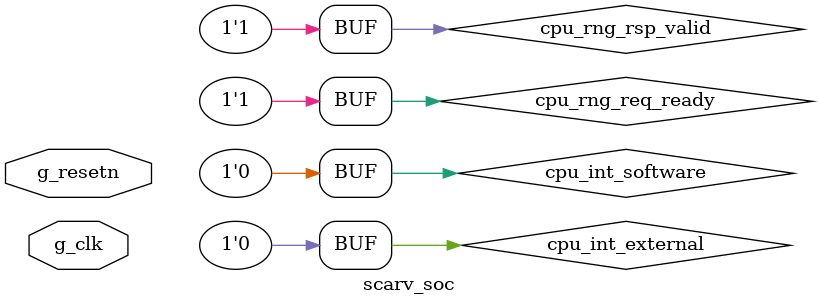
<source format=v>

module scarv_soc (
input  wire        g_clk            ,
input  wire        g_resetn          
);

//
// SCARV CPU Parameters
// ------------------------------------------------------------

// Value taken by the PC on a reset.
parameter SCARV_CPU_PC_RESET_VALUE = 32'h1000_0000;

//
// BRAM Parameters
// ------------------------------------------------------------

/* verilator lint_off WIDTH */
parameter [255*8:0] BRAM_ROM_MEMH_FILE = "";
/* verilator lint_on WIDTH */

//
// SCARV CPU Interface Wires
// ------------------------------------------------------------

wire [31:0] cpu_trs_pc          ; // Trace program counter.
wire [31:0] cpu_trs_instr       ; // Trace instruction.
wire        cpu_trs_valid       ; // Trace output valid.

wire [31:0] cpu_leak_prng       ; // Current PRNG value.
wire        cpu_leak_fence_unc0 ; // uncore 0 fence
wire        cpu_leak_fence_unc1 ; // uncore 1 fence
wire        cpu_leak_fence_unc2 ; // uncore 2 fence

wire        cpu_rng_req_valid   ; // Signal a new request to the RNG
wire [ 2:0] cpu_rng_req_op      ; // Operation to perform on the RNG
wire [31:0] cpu_rng_req_data    ; // Suplementary seed/init data
wire        cpu_rng_req_ready   =1'b1; // RNG accepts request
wire        cpu_rng_rsp_valid   =1'b1; // RNG response data valid
wire [ 2:0] cpu_rng_rsp_status  ; // RNG status
wire [31:0] cpu_rng_rsp_data    ; // RNG response / sample data.
wire        cpu_rng_rsp_ready   ; // CPU accepts response.

wire        cpu_int_external    =1'b0; // External interrupt trigger line.
wire        cpu_int_software    =1'b0; // Software interrupt trigger line.

wire        cpu_imem_req        ; // Start memory request
wire        cpu_imem_wen        ; // Write enable
wire [3:0]  cpu_imem_strb       ; // Write strobe
wire [31:0] cpu_imem_wdata      ; // Write data
wire [31:0] cpu_imem_addr       ; // Read/Write address
wire        cpu_imem_gnt        ; // request accepted
wire        cpu_imem_recv       ; // Instruction memory recieve response.
wire        cpu_imem_ack        ; // Instruction memory ack response.
wire        cpu_imem_error      ; // Error
wire [31:0] cpu_imem_rdata      ; // Read data

wire        cpu_dmem_req        ; // Start memory request
wire        cpu_dmem_wen        ; // Write enable
wire [ 3:0] cpu_dmem_strb       ; // Write strobe
wire [31:0] cpu_dmem_wdata      ; // Write data
wire [31:0] cpu_dmem_addr       ; // Read/Write address
wire        cpu_dmem_gnt        ; // request accepted
wire        cpu_dmem_recv       ; // Data memory recieve response.
wire        cpu_dmem_ack        ; // Data memory ack response.
wire        cpu_dmem_error      ; // Error
wire [31:0] cpu_dmem_rdata      ; // Read data

//
// Memory peripheral routing wires.
// ------------------------------------------------------------

wire        rom_imem_req         ; // Start memory request
wire        rom_imem_wen         ; // Write enable
wire [ 3:0] rom_imem_strb        ; // Write strobe
wire [31:0] rom_imem_wdata       ; // Write data
wire [31:0] rom_imem_addr        ; // Read/Write address
wire        rom_imem_gnt         ; // request accepted
wire        rom_imem_recv        ; // Instruction memory recieve response.
wire        rom_imem_ack         ; // Instruction memory ack response.
wire        rom_imem_error       ; // Error
wire [31:0] rom_imem_rdata       ; // Read data

wire        ram_imem_req         ; // Start memory request
wire        ram_imem_wen         ; // Write enable
wire [ 3:0] ram_imem_strb        ; // Write strobe
wire [31:0] ram_imem_wdata       ; // Write data
wire [31:0] ram_imem_addr        ; // Read/Write address
wire        ram_imem_gnt         ; // request accepted
wire        ram_imem_recv        ; // Instruction memory recieve response.
wire        ram_imem_ack         ; // Instruction memory ack response.
wire        ram_imem_error       ; // Error
wire [31:0] ram_imem_rdata       ; // Read data


//
// SCARV CPU core instance.
// ------------------------------------------------------------

frv_core #(
.FRV_PC_RESET_VALUE (SCARV_CPU_PC_RESET_VALUE   ),
.TRACE_INSTR_WORD   (1'b0                       ),
.BRAM_REGFILE       (1'b1                       )
) i_scarv_cpu(
.g_clk          (g_clk              ), // global clock
.g_resetn       (g_resetn           ), // synchronous reset
.trs_pc         (cpu_trs_pc         ), // Trace program counter.
.trs_instr      (cpu_trs_instr      ), // Trace instruction.
.trs_valid      (cpu_trs_valid      ), // Trace output valid.
.leak_prng      (cpu_leak_prng      ), // Current PRNG value.
.leak_fence_unc0(cpu_leak_fence_unc0), // uncore 0 fence
.leak_fence_unc1(cpu_leak_fence_unc1), // uncore 1 fence
.leak_fence_unc2(cpu_leak_fence_unc2), // uncore 2 fence
.rng_req_valid  (cpu_rng_req_valid  ), // Signal a new request to the RNG
.rng_req_op     (cpu_rng_req_op     ), // Operation to perform on the RNG
.rng_req_data   (cpu_rng_req_data   ), // Suplementary seed/init data
.rng_req_ready  (cpu_rng_req_ready  ), // RNG accepts request
.rng_rsp_valid  (cpu_rng_rsp_valid  ), // RNG response data valid
.rng_rsp_status (cpu_rng_rsp_status ), // RNG status
.rng_rsp_data   (cpu_rng_rsp_data   ), // RNG response / sample data.
.rng_rsp_ready  (cpu_rng_rsp_ready  ), // CPU accepts response.
.int_external   (cpu_int_external   ), // External interrupt trigger line.
.int_software   (cpu_int_software   ), // Software interrupt trigger line.
.imem_req       (cpu_imem_req       ), // Start memory request
.imem_wen       (cpu_imem_wen       ), // Write enable
.imem_strb      (cpu_imem_strb      ), // Write strobe
.imem_wdata     (cpu_imem_wdata     ), // Write data
.imem_addr      (cpu_imem_addr      ), // Read/Write address
.imem_gnt       (cpu_imem_gnt       ), // request accepted
.imem_recv      (cpu_imem_recv      ), // Instruction memory recieve response.
.imem_ack       (cpu_imem_ack       ), // Instruction memory ack response.
.imem_error     (cpu_imem_error     ), // Error
.imem_rdata     (cpu_imem_rdata     ), // Read data
.dmem_req       (cpu_dmem_req       ), // Start memory request
.dmem_wen       (cpu_dmem_wen       ), // Write enable
.dmem_strb      (cpu_dmem_strb      ), // Write strobe
.dmem_wdata     (cpu_dmem_wdata     ), // Write data
.dmem_addr      (cpu_dmem_addr      ), // Read/Write address
.dmem_gnt       (cpu_dmem_gnt       ), // request accepted
.dmem_recv      (cpu_dmem_recv      ), // Data memory recieve response.
.dmem_ack       (cpu_dmem_ack       ), // Data memory ack response.
.dmem_error     (cpu_dmem_error     ), // Error
.dmem_rdata     (cpu_dmem_rdata     )  // Read data
);


//
// Memory Interconnect Instance
// ------------------------------------------------------------

ic_top i_ic_top (
.g_clk            (g_clk            ),
.g_resetn         (g_resetn         ),
.cpu_imem_req     (cpu_imem_req     ), // Start memory request
.cpu_imem_wen     (cpu_imem_wen     ), // Write enable
.cpu_imem_strb    (cpu_imem_strb    ), // Write strobe
.cpu_imem_wdata   (cpu_imem_wdata   ), // Write data
.cpu_imem_addr    (cpu_imem_addr    ), // Read/Write address
.cpu_imem_gnt     (cpu_imem_gnt     ), // request accepted
.cpu_imem_recv    (cpu_imem_recv    ), // Instruction memory recieve response.
.cpu_imem_ack     (cpu_imem_ack     ), // Instruction memory ack response.
.cpu_imem_error   (cpu_imem_error   ), // Error
.cpu_imem_rdata   (cpu_imem_rdata   ), // Read data
.cpu_dmem_req     (cpu_dmem_req     ), // Start memory request
.cpu_dmem_wen     (cpu_dmem_wen     ), // Write enable
.cpu_dmem_strb    (cpu_dmem_strb    ), // Write strobe
.cpu_dmem_wdata   (cpu_dmem_wdata   ), // Write data
.cpu_dmem_addr    (cpu_dmem_addr    ), // Read/Write address
.cpu_dmem_gnt     (cpu_dmem_gnt     ), // request accepted
.cpu_dmem_recv    (cpu_dmem_recv    ), // Data memory recieve response.
.cpu_dmem_ack     (cpu_dmem_ack     ), // Data memory ack response.
.cpu_dmem_error   (cpu_dmem_error   ), // Error
.cpu_dmem_rdata   (cpu_dmem_rdata   ), // Read data
.rom_imem_req     (rom_imem_req     ), // Start memory request
.rom_imem_wen     (rom_imem_wen     ), // Write enable
.rom_imem_strb    (rom_imem_strb    ), // Write strobe
.rom_imem_wdata   (rom_imem_wdata   ), // Write data
.rom_imem_addr    (rom_imem_addr    ), // Read/Write address
.rom_imem_gnt     (rom_imem_gnt     ), // request accepted
.rom_imem_recv    (rom_imem_recv    ), // Instruction memory recieve response.
.rom_imem_ack     (rom_imem_ack     ), // Instruction memory ack response.
.rom_imem_error   (rom_imem_error   ), // Error
.rom_imem_rdata   (rom_imem_rdata   ), // Read data
.ram_imem_req     (ram_imem_req     ), // Start memory request
.ram_imem_wen     (ram_imem_wen     ), // Write enable
.ram_imem_strb    (ram_imem_strb    ), // Write strobe
.ram_imem_wdata   (ram_imem_wdata   ), // Write data
.ram_imem_addr    (ram_imem_addr    ), // Read/Write address
.ram_imem_gnt     (ram_imem_gnt     ), // request accepted
.ram_imem_recv    (ram_imem_recv    ), // Instruction memory recieve response.
.ram_imem_ack     (ram_imem_ack     ), // Instruction memory ack response.
.ram_imem_error   (ram_imem_error   ), // Error
.ram_imem_rdata   (ram_imem_rdata   )  // Read data
);

//
// ROM / RAM instances
// ------------------------------------------------------------

wire         bram_reset = !g_resetn;

//
// ROM

wire         rom_bram_cen    ;
wire  [31:0] rom_bram_addr   ;
wire  [31:0] rom_bram_wdata  ;
wire  [ 3:0] rom_bram_wstrb  ;
wire  [31:0] rom_bram_rdata  ;

ic_cpu_bus_bram_bridge i_rom_bus_bridge(
.g_clk       (g_clk             ),
.g_resetn    (g_resetn          ),
.bram_cen    (rom_bram_cen      ),
.bram_addr   (rom_bram_addr     ),
.bram_wdata  (rom_bram_wdata    ),
.bram_wstrb  (rom_bram_wstrb    ),
.bram_stall  (1'b0              ),
.bram_rdata  (rom_bram_rdata    ),
.enable      (rom_imem_req      ), // Enable requests / does addr map?
.mem_req     (rom_imem_req      ), // Start memory request
.mem_gnt     (rom_imem_gnt      ), // request accepted
.mem_wen     (rom_imem_wen      ), // Write enable
.mem_strb    (rom_imem_strb     ), // Write strobe
.mem_wdata   (rom_imem_wdata    ), // Write data
.mem_addr    (rom_imem_addr     ), // Read/Write address
.mem_recv    (rom_imem_recv     ), // Instruction memory recieve response.
.mem_ack     (rom_imem_ack      ), // Instruction memory ack response.
.mem_error   (rom_imem_error    ), // Error
.mem_rdata   (rom_imem_rdata    )  // Read data
);

scarv_soc_bram_single #(
.MEMH_FILE(BRAM_ROM_MEMH_FILE)
) i_rom (
.clka (g_clk                ),
.rsta (bram_reset           ),
.ena  (rom_bram_cen         ),
.wea  (rom_bram_wstrb       ),
.addra(rom_bram_addr[13:0]  ),
.dina (rom_bram_wdata       ),
.douta(rom_bram_rdata       ) 
);

//
// RAM

wire         ram_bram_cen    ;
wire  [31:0] ram_bram_addr   ;
wire  [31:0] ram_bram_wdata  ;
wire  [ 3:0] ram_bram_wstrb  ;
wire  [31:0] ram_bram_rdata  ;

ic_cpu_bus_bram_bridge i_ram_bus_bridge(
.g_clk       (g_clk             ),
.g_resetn    (g_resetn          ),
.bram_cen    (ram_bram_cen      ),
.bram_addr   (ram_bram_addr     ),
.bram_wdata  (ram_bram_wdata    ),
.bram_wstrb  (ram_bram_wstrb    ),
.bram_stall  (1'b0              ),
.bram_rdata  (ram_bram_rdata    ),
.enable      (ram_imem_req      ), // Enable requests / does addr map?
.mem_req     (ram_imem_req      ), // Start memory request
.mem_gnt     (ram_imem_gnt      ), // request accepted
.mem_wen     (ram_imem_wen      ), // Write enable
.mem_strb    (ram_imem_strb     ), // Write strobe
.mem_wdata   (ram_imem_wdata    ), // Write data
.mem_addr    (ram_imem_addr     ), // Read/Write address
.mem_recv    (ram_imem_recv     ), // Instruction memory recieve response.
.mem_ack     (ram_imem_ack      ), // Instruction memory ack response.
.mem_error   (ram_imem_error    ), // Error
.mem_rdata   (ram_imem_rdata    )  // Read data
);

scarv_soc_bram_single #(
.MEMH_FILE(BRAM_ROM_MEMH_FILE)
) i_ram (
.clka (g_clk                ),
.rsta (bram_reset           ),
.ena  (ram_bram_cen         ),
.wea  (ram_bram_wstrb       ),
.addra(ram_bram_addr[13:0]  ),
.dina (ram_bram_wdata       ),
.douta(ram_bram_rdata       ) 
);

endmodule

</source>
